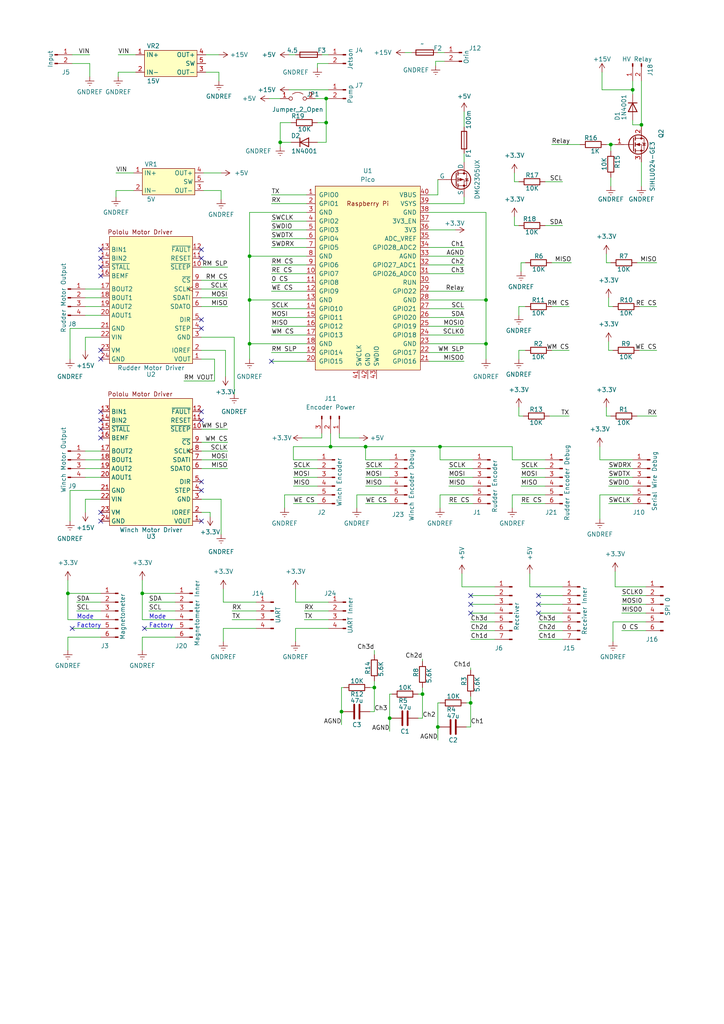
<source format=kicad_sch>
(kicad_sch (version 20230121) (generator eeschema)
  (paper "A4" portrait)
  (title_block (title "Squircuit") (date "2024-09-01") (rev "v0.1") (company "SailBot # VT") (comment 1 "Elias Sharonov, Chris Nassif, Heesang Han"))
  (junction (at 81.28 41.275))
  (junction (at 72.39 74.295))
  (junction (at 94.615 28.575))
  (junction (at 177.165 41.91))
  (junction (at 136.525 203.835))
  (junction (at 140.97 86.995))
  (junction (at 19.685 172.085))
  (junction (at 95.885 129.54))
  (junction (at 72.39 99.695))
  (junction (at 106.045 129.54))
  (junction (at 72.39 86.995))
  (junction (at 140.97 99.695))
  (junction (at 127.635 129.54))
  (junction (at 183.515 26.035))
  (junction (at 108.585 199.39))
  (junction (at 94.615 35.56))
  (junction (at 113.03 208.28))
  (junction (at 122.555 201.295))
  (junction (at 41.275 172.085))
  (junction (at 186.055 36.195))
  (junction (at 99.06 206.375))
  (junction (at 127 210.82))
  (no_connect (at 58.42 74.93))
  (no_connect (at 29.21 148.59))
  (no_connect (at 58.42 139.7))
  (no_connect (at 58.42 119.38))
  (no_connect (at 136.525 172.72))
  (no_connect (at 29.21 151.13))
  (no_connect (at 58.42 121.92))
  (no_connect (at 29.21 121.92))
  (no_connect (at 29.21 72.39))
  (no_connect (at 58.42 92.71))
  (no_connect (at 29.21 127))
  (no_connect (at 58.42 95.25))
  (no_connect (at 136.525 175.26))
  (no_connect (at 136.525 177.8))
  (no_connect (at 29.21 119.38))
  (no_connect (at 156.21 172.72))
  (no_connect (at 156.21 177.8))
  (no_connect (at 29.21 101.6))
  (no_connect (at 156.21 175.26))
  (no_connect (at 29.21 124.46))
  (no_connect (at 20.955 182.245))
  (no_connect (at 29.21 104.14))
  (no_connect (at 29.21 74.93))
  (no_connect (at 29.21 77.47))
  (no_connect (at 58.42 151.13))
  (no_connect (at 41.91 182.245))
  (no_connect (at 78.74 104.775))
  (no_connect (at 58.42 142.24))
  (no_connect (at 29.21 80.01))
  (no_connect (at 58.42 72.39))
  (wire (pts (xy 95.25 26.035) (xy 83.82 26.035)))
  (wire (pts (xy 156.21 180.34) (xy 163.195 180.34)))
  (wire (pts (xy 64.135 144.78) (xy 64.135 154.94)))
  (wire (pts (xy 127 203.835) (xy 127 210.82)))
  (wire (pts (xy 19.685 184.785) (xy 29.21 184.785)))
  (wire (pts (xy 81.28 41.275) (xy 84.455 41.275)))
  (wire (pts (xy 78.74 94.615) (xy 88.9 94.615)))
  (wire (pts (xy 95.885 129.54) (xy 106.045 129.54)))
  (wire (pts (xy 78.74 89.535) (xy 88.9 89.535)))
  (wire (pts (xy 174.625 26.035) (xy 174.625 20.955)))
  (wire (pts (xy 180.34 182.88) (xy 187.325 182.88)))
  (wire (pts (xy 99.06 210.185) (xy 99.06 206.375)))
  (wire (pts (xy 150.495 118.11) (xy 150.495 120.65)))
  (wire (pts (xy 130.175 146.05) (xy 137.16 146.05)))
  (wire (pts (xy 108.585 199.39) (xy 108.585 206.375)))
  (wire (pts (xy 58.42 81.28) (xy 66.04 81.28)))
  (wire (pts (xy 88.9 61.595) (xy 72.39 61.595)))
  (wire (pts (xy 127.635 129.54) (xy 127.635 133.35)))
  (wire (pts (xy 106.045 135.89) (xy 113.03 135.89)))
  (wire (pts (xy 24.765 130.81) (xy 29.21 130.81)))
  (wire (pts (xy 81.28 35.56) (xy 81.28 41.275)))
  (wire (pts (xy 176.53 99.06) (xy 176.53 101.6)))
  (wire (pts (xy 34.29 20.955) (xy 39.37 20.955)))
  (wire (pts (xy 60.96 149.86) (xy 60.96 148.59)))
  (wire (pts (xy 81.28 35.56) (xy 84.455 35.56)))
  (wire (pts (xy 176.53 138.43) (xy 183.515 138.43)))
  (wire (pts (xy 95.25 15.875) (xy 93.345 15.875)))
  (wire (pts (xy 150.495 104.14) (xy 150.495 101.6)))
  (wire (pts (xy 38.735 50.165) (xy 33.655 50.165)))
  (wire (pts (xy 62.23 110.49) (xy 53.34 110.49)))
  (wire (pts (xy 72.39 99.695) (xy 72.39 86.995)))
  (wire (pts (xy 136.525 175.26) (xy 143.51 175.26)))
  (wire (pts (xy 153.67 170.18) (xy 163.195 170.18)))
  (wire (pts (xy 41.275 179.705) (xy 50.8 179.705)))
  (wire (pts (xy 22.225 174.625) (xy 29.21 174.625)))
  (wire (pts (xy 91.44 28.575) (xy 94.615 28.575)))
  (wire (pts (xy 43.18 174.625) (xy 50.8 174.625)))
  (wire (pts (xy 66.04 88.9) (xy 58.42 88.9)))
  (wire (pts (xy 72.39 99.695) (xy 72.39 104.14)))
  (wire (pts (xy 124.46 74.295) (xy 134.62 74.295)))
  (wire (pts (xy 92.075 41.275) (xy 94.615 41.275)))
  (wire (pts (xy 156.21 172.72) (xy 163.195 172.72)))
  (wire (pts (xy 103.505 147.32) (xy 103.505 143.51)))
  (wire (pts (xy 160.02 76.2) (xy 165.735 76.2)))
  (wire (pts (xy 64.135 55.245) (xy 59.055 55.245)))
  (wire (pts (xy 85.09 129.54) (xy 85.09 133.35)))
  (wire (pts (xy 106.045 138.43) (xy 113.03 138.43)))
  (wire (pts (xy 26.035 15.875) (xy 20.955 15.875)))
  (wire (pts (xy 94.615 35.56) (xy 92.075 35.56)))
  (wire (pts (xy 124.46 104.775) (xy 134.62 104.775)))
  (wire (pts (xy 67.945 97.79) (xy 58.42 97.79)))
  (wire (pts (xy 64.77 186.055) (xy 64.77 182.245)))
  (wire (pts (xy 94.615 35.56) (xy 94.615 41.275)))
  (wire (pts (xy 24.765 86.36) (xy 29.21 86.36)))
  (wire (pts (xy 41.275 188.595) (xy 41.275 184.785)))
  (wire (pts (xy 124.46 79.375) (xy 134.62 79.375)))
  (wire (pts (xy 177.8 180.34) (xy 187.325 180.34)))
  (wire (pts (xy 33.655 55.245) (xy 38.735 55.245)))
  (wire (pts (xy 150.495 101.6) (xy 152.4 101.6)))
  (wire (pts (xy 149.225 65.405) (xy 150.495 65.405)))
  (wire (pts (xy 151.13 76.2) (xy 152.4 76.2)))
  (wire (pts (xy 124.46 71.755) (xy 134.62 71.755)))
  (wire (pts (xy 98.425 127) (xy 104.14 127)))
  (wire (pts (xy 78.74 66.675) (xy 88.9 66.675)))
  (wire (pts (xy 99.06 199.39) (xy 99.06 206.375)))
  (wire (pts (xy 134.62 59.055) (xy 124.46 59.055)))
  (wire (pts (xy 136.525 182.88) (xy 143.51 182.88)))
  (wire (pts (xy 24.765 138.43) (xy 29.21 138.43)))
  (wire (pts (xy 175.895 118.11) (xy 175.895 120.65)))
  (wire (pts (xy 98.425 125.73) (xy 98.425 127)))
  (wire (pts (xy 183.515 36.195) (xy 183.515 34.925)))
  (wire (pts (xy 134.62 32.385) (xy 134.62 36.83)))
  (wire (pts (xy 24.765 135.89) (xy 29.21 135.89)))
  (wire (pts (xy 66.04 130.81) (xy 58.42 130.81)))
  (wire (pts (xy 151.13 138.43) (xy 158.115 138.43)))
  (wire (pts (xy 130.175 140.97) (xy 137.16 140.97)))
  (wire (pts (xy 140.97 86.995) (xy 140.97 99.695)))
  (wire (pts (xy 106.045 129.54) (xy 106.045 133.35)))
  (wire (pts (xy 127 210.82) (xy 127.635 210.82)))
  (wire (pts (xy 134.62 44.45) (xy 134.62 46.99)))
  (wire (pts (xy 66.04 135.89) (xy 58.42 135.89)))
  (wire (pts (xy 124.46 97.155) (xy 134.62 97.155)))
  (wire (pts (xy 78.74 81.915) (xy 88.9 81.915)))
  (wire (pts (xy 149.225 52.705) (xy 150.495 52.705)))
  (wire (pts (xy 41.275 168.275) (xy 41.275 172.085)))
  (wire (pts (xy 85.725 174.625) (xy 95.25 174.625)))
  (wire (pts (xy 127.635 143.51) (xy 137.16 143.51)))
  (wire (pts (xy 78.74 84.455) (xy 88.9 84.455)))
  (wire (pts (xy 136.525 210.82) (xy 135.255 210.82)))
  (wire (pts (xy 78.105 28.575) (xy 81.28 28.575)))
  (wire (pts (xy 85.09 146.05) (xy 92.075 146.05)))
  (wire (pts (xy 148.59 129.54) (xy 148.59 133.35)))
  (wire (pts (xy 177.165 41.91) (xy 177.165 43.815)))
  (wire (pts (xy 34.29 22.225) (xy 34.29 20.955)))
  (wire (pts (xy 85.09 129.54) (xy 95.885 129.54)))
  (wire (pts (xy 122.555 208.28) (xy 121.285 208.28)))
  (wire (pts (xy 178.435 165.735) (xy 178.435 170.18)))
  (wire (pts (xy 78.74 79.375) (xy 88.9 79.375)))
  (wire (pts (xy 124.46 66.675) (xy 132.08 66.675)))
  (wire (pts (xy 65.405 101.6) (xy 65.405 109.22)))
  (wire (pts (xy 124.46 99.695) (xy 140.97 99.695)))
  (wire (pts (xy 24.765 97.79) (xy 29.21 97.79)))
  (wire (pts (xy 24.765 88.9) (xy 29.21 88.9)))
  (wire (pts (xy 99.06 206.375) (xy 99.695 206.375)))
  (wire (pts (xy 92.075 18.415) (xy 95.25 18.415)))
  (wire (pts (xy 122.555 201.295) (xy 122.555 208.28)))
  (wire (pts (xy 175.895 120.65) (xy 177.165 120.65)))
  (wire (pts (xy 60.96 148.59) (xy 58.42 148.59)))
  (wire (pts (xy 24.765 101.6) (xy 24.765 97.79)))
  (wire (pts (xy 88.9 74.295) (xy 72.39 74.295)))
  (wire (pts (xy 58.42 77.47) (xy 66.04 77.47)))
  (wire (pts (xy 78.74 69.215) (xy 88.9 69.215)))
  (wire (pts (xy 72.39 74.295) (xy 72.39 61.595)))
  (wire (pts (xy 88.265 177.165) (xy 95.25 177.165)))
  (wire (pts (xy 66.04 83.82) (xy 58.42 83.82)))
  (wire (pts (xy 81.28 42.545) (xy 81.28 41.275)))
  (wire (pts (xy 190.5 101.6) (xy 185.42 101.6)))
  (wire (pts (xy 24.765 133.35) (xy 29.21 133.35)))
  (wire (pts (xy 127.635 147.32) (xy 127.635 143.51)))
  (wire (pts (xy 108.585 206.375) (xy 107.315 206.375)))
  (wire (pts (xy 126.365 19.05) (xy 126.365 17.78)))
  (wire (pts (xy 173.99 133.35) (xy 183.515 133.35)))
  (wire (pts (xy 150.495 88.9) (xy 152.4 88.9)))
  (wire (pts (xy 165.1 88.9) (xy 160.02 88.9)))
  (wire (pts (xy 184.785 76.2) (xy 190.5 76.2)))
  (wire (pts (xy 106.045 140.97) (xy 113.03 140.97)))
  (wire (pts (xy 108.585 197.485) (xy 108.585 199.39)))
  (wire (pts (xy 156.21 185.42) (xy 163.195 185.42)))
  (wire (pts (xy 19.685 188.595) (xy 19.685 184.785)))
  (wire (pts (xy 151.13 78.74) (xy 151.13 76.2)))
  (wire (pts (xy 19.685 168.275) (xy 19.685 172.085)))
  (wire (pts (xy 78.74 102.235) (xy 88.9 102.235)))
  (wire (pts (xy 186.055 23.495) (xy 186.055 36.195)))
  (wire (pts (xy 173.99 143.51) (xy 183.515 143.51)))
  (wire (pts (xy 64.135 50.165) (xy 59.055 50.165)))
  (wire (pts (xy 22.225 177.165) (xy 29.21 177.165)))
  (wire (pts (xy 63.5 15.875) (xy 59.69 15.875)))
  (wire (pts (xy 130.175 135.89) (xy 137.16 135.89)))
  (wire (pts (xy 148.59 133.35) (xy 158.115 133.35)))
  (wire (pts (xy 127 203.835) (xy 127.635 203.835)))
  (wire (pts (xy 113.03 201.295) (xy 113.03 208.28)))
  (wire (pts (xy 24.765 144.78) (xy 29.21 144.78)))
  (wire (pts (xy 78.74 71.755) (xy 88.9 71.755)))
  (wire (pts (xy 184.785 120.65) (xy 190.5 120.65)))
  (wire (pts (xy 20.32 95.25) (xy 29.21 95.25)))
  (wire (pts (xy 124.46 61.595) (xy 140.97 61.595)))
  (wire (pts (xy 103.505 143.51) (xy 113.03 143.51)))
  (wire (pts (xy 178.435 170.18) (xy 187.325 170.18)))
  (wire (pts (xy 24.765 83.82) (xy 29.21 83.82)))
  (wire (pts (xy 153.67 166.37) (xy 153.67 170.18)))
  (wire (pts (xy 113.03 201.295) (xy 113.665 201.295)))
  (wire (pts (xy 160.02 41.91) (xy 168.275 41.91)))
  (wire (pts (xy 58.42 128.27) (xy 66.04 128.27)))
  (wire (pts (xy 113.03 208.28) (xy 113.665 208.28)))
  (wire (pts (xy 95.885 125.73) (xy 95.885 129.54)))
  (wire (pts (xy 159.385 120.65) (xy 165.1 120.65)))
  (wire (pts (xy 136.525 177.8) (xy 143.51 177.8)))
  (wire (pts (xy 63.5 20.955) (xy 59.69 20.955)))
  (wire (pts (xy 151.13 135.89) (xy 158.115 135.89)))
  (wire (pts (xy 19.685 179.705) (xy 19.685 172.085)))
  (wire (pts (xy 62.23 110.49) (xy 62.23 104.14)))
  (wire (pts (xy 177.165 41.91) (xy 175.895 41.91)))
  (wire (pts (xy 180.34 175.26) (xy 187.325 175.26)))
  (wire (pts (xy 122.555 191.77) (xy 122.555 191.135)))
  (wire (pts (xy 127.635 129.54) (xy 148.59 129.54)))
  (wire (pts (xy 128.905 15.24) (xy 127 15.24)))
  (wire (pts (xy 58.42 124.46) (xy 66.04 124.46)))
  (wire (pts (xy 175.895 73.66) (xy 175.895 76.2)))
  (wire (pts (xy 149.225 62.865) (xy 149.225 65.405)))
  (wire (pts (xy 183.515 27.305) (xy 183.515 26.035)))
  (wire (pts (xy 85.09 138.43) (xy 92.075 138.43)))
  (wire (pts (xy 133.985 170.18) (xy 143.51 170.18)))
  (wire (pts (xy 151.13 146.05) (xy 158.115 146.05)))
  (wire (pts (xy 177.8 186.055) (xy 177.8 180.34)))
  (wire (pts (xy 93.345 127) (xy 87.63 127)))
  (wire (pts (xy 24.765 148.59) (xy 24.765 144.78)))
  (wire (pts (xy 107.315 199.39) (xy 108.585 199.39)))
  (wire (pts (xy 58.42 144.78) (xy 64.135 144.78)))
  (wire (pts (xy 176.53 135.89) (xy 183.515 135.89)))
  (wire (pts (xy 148.59 143.51) (xy 158.115 143.51)))
  (wire (pts (xy 124.46 84.455) (xy 134.62 84.455)))
  (wire (pts (xy 150.495 91.44) (xy 150.495 88.9)))
  (wire (pts (xy 34.29 15.875) (xy 39.37 15.875)))
  (wire (pts (xy 148.59 147.32) (xy 148.59 143.51)))
  (wire (pts (xy 165.1 101.6) (xy 160.02 101.6)))
  (wire (pts (xy 135.255 203.835) (xy 136.525 203.835)))
  (wire (pts (xy 66.04 86.36) (xy 58.42 86.36)))
  (wire (pts (xy 177.165 41.91) (xy 178.435 41.91)))
  (wire (pts (xy 85.09 140.97) (xy 92.075 140.97)))
  (wire (pts (xy 136.525 203.835) (xy 136.525 210.82)))
  (wire (pts (xy 82.55 143.51) (xy 92.075 143.51)))
  (wire (pts (xy 26.035 22.225) (xy 26.035 18.415)))
  (wire (pts (xy 78.74 92.075) (xy 88.9 92.075)))
  (wire (pts (xy 78.74 76.835) (xy 88.9 76.835)))
  (wire (pts (xy 151.13 140.97) (xy 158.115 140.97)))
  (wire (pts (xy 127 52.07) (xy 127 56.515)))
  (wire (pts (xy 72.39 86.995) (xy 72.39 74.295)))
  (wire (pts (xy 156.21 177.8) (xy 163.195 177.8)))
  (wire (pts (xy 126.365 17.78) (xy 128.905 17.78)))
  (wire (pts (xy 19.685 179.705) (xy 29.21 179.705)))
  (wire (pts (xy 66.04 133.35) (xy 58.42 133.35)))
  (wire (pts (xy 65.405 101.6) (xy 58.42 101.6)))
  (wire (pts (xy 20.32 95.25) (xy 20.32 104.14)))
  (wire (pts (xy 67.945 97.79) (xy 67.945 114.3)))
  (wire (pts (xy 190.5 88.9) (xy 185.42 88.9)))
  (wire (pts (xy 20.32 142.24) (xy 29.21 142.24)))
  (wire (pts (xy 134.62 94.615) (xy 124.46 94.615)))
  (wire (pts (xy 94.615 28.575) (xy 94.615 35.56)))
  (wire (pts (xy 130.175 138.43) (xy 137.16 138.43)))
  (wire (pts (xy 85.725 15.875) (xy 83.82 15.875)))
  (wire (pts (xy 64.77 170.815) (xy 64.77 174.625)))
  (wire (pts (xy 149.225 50.165) (xy 149.225 52.705)))
  (wire (pts (xy 140.97 99.695) (xy 140.97 104.14)))
  (wire (pts (xy 67.31 177.165) (xy 74.295 177.165)))
  (wire (pts (xy 41.275 172.085) (xy 50.8 172.085)))
  (wire (pts (xy 186.055 36.195) (xy 186.055 36.83)))
  (wire (pts (xy 121.285 201.295) (xy 122.555 201.295)))
  (wire (pts (xy 33.655 57.15) (xy 33.655 55.245)))
  (wire (pts (xy 106.045 146.05) (xy 113.03 146.05)))
  (wire (pts (xy 177.165 51.435) (xy 177.165 53.975)))
  (wire (pts (xy 183.515 26.035) (xy 183.515 23.495)))
  (wire (pts (xy 41.275 179.705) (xy 41.275 172.085)))
  (wire (pts (xy 122.555 199.39) (xy 122.555 201.295)))
  (wire (pts (xy 134.62 89.535) (xy 124.46 89.535)))
  (wire (pts (xy 124.46 102.235) (xy 134.62 102.235)))
  (wire (pts (xy 150.495 120.65) (xy 151.765 120.65)))
  (wire (pts (xy 92.075 19.685) (xy 92.075 18.415)))
  (wire (pts (xy 108.585 189.865) (xy 108.585 188.595)))
  (wire (pts (xy 99.06 199.39) (xy 99.695 199.39)))
  (wire (pts (xy 20.955 182.245) (xy 29.21 182.245)))
  (wire (pts (xy 95.25 179.705) (xy 88.265 179.705)))
  (wire (pts (xy 176.53 146.05) (xy 183.515 146.05)))
  (wire (pts (xy 78.74 59.055) (xy 88.9 59.055)))
  (wire (pts (xy 106.045 133.35) (xy 113.03 133.35)))
  (wire (pts (xy 106.045 129.54) (xy 127.635 129.54)))
  (wire (pts (xy 41.275 184.785) (xy 50.8 184.785)))
  (wire (pts (xy 176.53 86.36) (xy 176.53 88.9)))
  (wire (pts (xy 85.725 186.055) (xy 85.725 182.245)))
  (wire (pts (xy 163.195 65.405) (xy 158.115 65.405)))
  (wire (pts (xy 63.5 23.495) (xy 63.5 20.955)))
  (wire (pts (xy 173.99 143.51) (xy 173.99 150.495)))
  (wire (pts (xy 85.09 135.89) (xy 92.075 135.89)))
  (wire (pts (xy 64.135 57.785) (xy 64.135 55.245)))
  (wire (pts (xy 136.525 201.93) (xy 136.525 203.835)))
  (wire (pts (xy 156.21 182.88) (xy 163.195 182.88)))
  (wire (pts (xy 93.345 125.73) (xy 93.345 127)))
  (wire (pts (xy 186.055 46.99) (xy 186.055 53.975)))
  (wire (pts (xy 174.625 26.035) (xy 183.515 26.035)))
  (wire (pts (xy 88.9 99.695) (xy 72.39 99.695)))
  (wire (pts (xy 176.53 140.97) (xy 183.515 140.97)))
  (wire (pts (xy 180.34 172.72) (xy 187.325 172.72)))
  (wire (pts (xy 43.18 177.165) (xy 50.8 177.165)))
  (wire (pts (xy 136.525 172.72) (xy 143.51 172.72)))
  (wire (pts (xy 119.38 15.24) (xy 117.475 15.24)))
  (wire (pts (xy 78.74 56.515) (xy 88.9 56.515)))
  (wire (pts (xy 78.74 104.775) (xy 88.9 104.775)))
  (wire (pts (xy 134.62 57.15) (xy 134.62 59.055)))
  (wire (pts (xy 74.295 179.705) (xy 67.31 179.705)))
  (wire (pts (xy 127.635 133.35) (xy 137.16 133.35)))
  (wire (pts (xy 26.035 18.415) (xy 20.955 18.415)))
  (wire (pts (xy 85.725 170.815) (xy 85.725 174.625)))
  (wire (pts (xy 72.39 86.995) (xy 88.9 86.995)))
  (wire (pts (xy 180.34 177.8) (xy 187.325 177.8)))
  (wire (pts (xy 127 210.82) (xy 127 214.63)))
  (wire (pts (xy 94.615 28.575) (xy 95.25 28.575)))
  (wire (pts (xy 113.03 208.28) (xy 113.03 212.09)))
  (wire (pts (xy 124.46 76.835) (xy 134.62 76.835)))
  (wire (pts (xy 133.985 166.37) (xy 133.985 170.18)))
  (wire (pts (xy 136.525 180.34) (xy 143.51 180.34)))
  (wire (pts (xy 24.765 91.44) (xy 29.21 91.44)))
  (wire (pts (xy 85.725 182.245) (xy 95.25 182.245)))
  (wire (pts (xy 140.97 61.595) (xy 140.97 86.995)))
  (wire (pts (xy 78.74 64.135) (xy 88.9 64.135)))
  (wire (pts (xy 136.525 194.31) (xy 136.525 193.675)))
  (wire (pts (xy 156.21 175.26) (xy 163.195 175.26)))
  (wire (pts (xy 82.55 147.32) (xy 82.55 143.51)))
  (wire (pts (xy 64.77 182.245) (xy 74.295 182.245)))
  (wire (pts (xy 134.62 92.075) (xy 124.46 92.075)))
  (wire (pts (xy 64.77 174.625) (xy 74.295 174.625)))
  (wire (pts (xy 20.32 142.24) (xy 20.32 151.13)))
  (wire (pts (xy 176.53 101.6) (xy 177.8 101.6)))
  (wire (pts (xy 183.515 36.195) (xy 186.055 36.195)))
  (wire (pts (xy 136.525 185.42) (xy 143.51 185.42)))
  (wire (pts (xy 78.74 97.155) (xy 88.9 97.155)))
  (wire (pts (xy 124.46 86.995) (xy 140.97 86.995)))
  (wire (pts (xy 127 56.515) (xy 124.46 56.515)))
  (wire (pts (xy 175.895 76.2) (xy 177.165 76.2)))
  (wire (pts (xy 163.195 52.705) (xy 158.115 52.705)))
  (wire (pts (xy 176.53 88.9) (xy 177.8 88.9)))
  (wire (pts (xy 173.99 129.54) (xy 173.99 133.35)))
  (wire (pts (xy 62.23 104.14) (xy 58.42 104.14)))
  (wire (pts (xy 19.685 172.085) (xy 29.21 172.085)))
  (wire (pts (xy 50.8 182.245) (xy 41.91 182.245)))
  (wire (pts (xy 85.09 133.35) (xy 92.075 133.35)))
  (text "Mode" (at 43.18 179.705 0) (effects (font (size 1.27 1.27)) (justify left bottom)))
  (text "Factory" (at 43.18 182.245 0) (effects (font (size 1.27 1.27)) (justify left bottom)))
  (text "Factory" (at 22.225 182.245 0) (effects (font (size 1.27 1.27)) (justify left bottom)))
  (text "Mode" (at 22.225 179.705 0) (effects (font (size 1.27 1.27)) (justify left bottom)))
  (label "Ch2d" (at 156.21 182.88 0))
  (label "VIN" (at 26.035 15.875 180))
  (label "SDA" (at 22.225 174.625 0))
  (label "RМ SLP" (at 66.04 77.47 180))
  (label "MOSI0" (at 180.34 175.26 0))
  (label "WE CS" (at 85.09 146.05 0))
  (label "AGND" (at 99.06 210.185 180))
  (label "SWDIO" (at 176.53 140.97 0))
  (label "RМ SLP" (at 78.74 102.235 0))
  (label "Ch2d" (at 122.555 191.135 180))
  (label "MOSI" (at 66.04 86.36 180))
  (label "SDA" (at 134.62 92.075 180))
  (label "TX" (at 78.74 56.515 0))
  (label "SCL" (at 134.62 89.535 180))
  (label "RM VOUT" (at 53.34 110.49 0))
  (label "Ch1d" (at 136.525 193.675 180))
  (label "RX" (at 190.5 120.65 180))
  (label "MISO" (at 130.175 140.97 0))
  (label "SWCLK" (at 176.53 146.05 0))
  (label "MISO0" (at 134.62 104.775 180))
  (label "Relay" (at 134.62 84.455 180))
  (label "Ch1" (at 136.525 210.185 0))
  (label "WE CS" (at 190.5 101.6 180))
  (label "Ch3d" (at 108.585 188.595 180))
  (label "Ch3d" (at 156.21 180.34 0))
  (label "RX" (at 78.74 59.055 0))
  (label "Relay" (at 160.02 41.91 0))
  (label "SCLK" (at 85.09 135.89 0))
  (label "MISO0" (at 180.34 177.8 0))
  (label "SWDRX" (at 176.53 135.89 0))
  (label "Ch2" (at 122.555 208.28 0))
  (label "TX" (at 165.1 120.65 180))
  (label "VIN" (at 33.655 50.165 0))
  (label "MISO" (at 106.045 140.97 0))
  (label "MOSI" (at 85.09 138.43 0))
  (label "SCLK" (at 78.74 89.535 0))
  (label "MOSI0" (at 134.62 94.615 180))
  (label "WM CS" (at 66.04 128.27 180))
  (label "RM CS" (at 66.04 81.28 180))
  (label "SWDRX" (at 78.74 71.755 0))
  (label "MOSI" (at 78.74 92.075 0))
  (label "Ch1d" (at 136.525 185.42 0))
  (label "MOSI" (at 130.175 138.43 0))
  (label "MOSI" (at 106.045 138.43 0))
  (label "TX" (at 67.31 179.705 0))
  (label "MISO" (at 66.04 135.89 180))
  (label "Ch1d" (at 156.21 185.42 0))
  (label "0 CS" (at 180.34 182.88 0))
  (label "RM CS" (at 165.1 88.9 180))
  (label "SWDTX" (at 176.53 138.43 0))
  (label "TX" (at 88.265 179.705 0))
  (label "SCL" (at 43.18 177.165 0))
  (label "SDA" (at 43.18 174.625 0))
  (label "Ch3" (at 108.585 206.375 0))
  (label "SWDTX" (at 78.74 69.215 0))
  (label "SCLK" (at 151.13 135.89 0))
  (label "SWDIO" (at 78.74 66.675 0))
  (label "RM CS" (at 78.74 76.835 0))
  (label "WE CS" (at 106.045 146.05 0))
  (label "MISO" (at 85.09 140.97 0))
  (label "RX" (at 88.265 177.165 0))
  (label "SCLK" (at 66.04 130.81 180))
  (label "MISO" (at 165.735 76.2 180))
  (label "SCL" (at 163.195 52.705 180))
  (label "SCLK0" (at 134.62 97.155 180))
  (label "MISO" (at 66.04 88.9 180))
  (label "0 CS" (at 78.74 81.915 0))
  (label "SCLK" (at 130.175 135.89 0))
  (label "MOSI" (at 66.04 133.35 180))
  (label "WE CS" (at 78.74 84.455 0))
  (label "RX" (at 67.31 177.165 0))
  (label "AGND" (at 113.03 212.09 180))
  (label "RE CS" (at 190.5 88.9 180))
  (label "SWCLK" (at 78.74 64.135 0))
  (label "VIN" (at 34.29 15.875 0))
  (label "Ch2" (at 134.62 76.835 180))
  (label "WM CS" (at 78.74 97.155 0))
  (label "AGND" (at 134.62 74.295 180))
  (label "Ch3" (at 134.62 79.375 180))
  (label "MISO" (at 190.5 76.2 180))
  (label "Ch2d" (at 136.525 182.88 0))
  (label "SCL" (at 22.225 177.165 0))
  (label "WM SLP" (at 66.04 124.46 180))
  (label "SDA" (at 163.195 65.405 180))
  (label "Ch3d" (at 136.525 180.34 0))
  (label "SCLK" (at 106.045 135.89 0))
  (label "MOSI" (at 151.13 138.43 0))
  (label "AGND" (at 127 214.63 180))
  (label "RE CS" (at 78.74 79.375 0))
  (label "WM CS" (at 165.1 101.6 180))
  (label "RE CS" (at 151.13 146.05 0))
  (label "SCLK0" (at 180.34 172.72 0))
  (label "WM SLP" (at 134.62 102.235 180))
  (label "Ch1" (at 134.62 71.755 180))
  (label "MISO" (at 151.13 140.97 0))
  (label "MISO" (at 78.74 94.615 0))
  (label "SCLK" (at 66.04 83.82 180))
  (label "RE CS" (at 130.175 146.05 0))
  (symbol (lib_id "Connector:Conn_01x06_Pin") (at 118.11 138.43 0) (mirror y) (unit 1)
    (property "Reference" "J23" (at 113.665 149.225 0) (effects (justify right)))
    (property "Value" "Winch Encoder Debug" (at 119.38 130.175 90) (effects (justify right)))
    (property "Footprint" "Connector_PinHeader_2.54mm:PinHeader_1x06_P2.54mm_Vertical" (effects hide))
  )
  (symbol (lib_id "PCM_SL_Devices:Resistor") (at 122.555 195.58 90) (unit 1)
    (property "Reference" "R8" (at 120.65 193.675 0) (effects (justify right)))
    (property "Value" "5.6K" (at 124.46 193.675 0) (effects (justify right)))
    (property "Footprint" "Resistor_THT:R_Axial_DIN0207_L6.3mm_D2.5mm_P10.16mm_Horizontal" (effects hide))
  )
  (symbol (lib_id "power:GNDREF") (at 72.39 104.14 0) (unit 1)
    (property "Reference" "#PWR02" (effects hide))
    (property "Value" "GNDREF" (at 72.39 109.22 0))
  )
  (symbol (lib_id "power:+15V") (at 117.475 15.24 90) (unit 1)
    (property "Reference" "#PWR018" (effects hide))
    (property "Value" "+15V" (at 113.665 15.24 90) (effects (justify left)))
  )
  (symbol (lib_id "Simulation_SPICE:PMOS") (at 132.08 52.07 0) (unit 1)
    (property "Reference" "Q1" (effects hide))
    (property "Value" "DMG2305UX" (at 138.43 52.07 90))
    (property "Footprint" "Package_TO_SOT_SMD:SOT-23" (effects hide))
    (property "Datasheet" "https://ngspice.sourceforge.io/docs/ngspice-manual.pdf" (effects hide))
    (property "Sim.Device" "PMOS" (effects hide))
    (property "Sim.Type" "VDMOS" (effects hide))
    (property "Sim.Pins" "1=D 3=G 2=S" (effects hide))
  )
  (symbol (lib_id "Connector:Conn_01x07_Pin") (at 148.59 177.8 0) (mirror y) (unit 1)
    (property "Reference" "J6" (at 143.51 187.96 0) (effects (justify right)))
    (property "Value" "Receiver" (at 149.86 174.625 90) (effects (justify right)))
    (property "Footprint" "Connector_JST:JST_EH_S7B-EH_1x07_P2.50mm_Horizontal" (effects hide))
  )
  (symbol (lib_id "power:GNDREF") (at 33.655 57.15 0) (unit 1)
    (property "Reference" "#PWR048" (effects hide))
    (property "Value" "GNDREF" (at 33.655 61.595 0))
  )
  (symbol (lib_id "power:GNDREF") (at 126.365 19.05 0) (unit 1)
    (property "Reference" "#PWR046" (effects hide))
    (property "Value" "GNDREF" (at 124.46 20.32 0) (effects (justify right)))
  )
  (symbol (lib_id "PCM_Pico_Pi:Pico") (at 106.68 80.645 0) (unit 1)
    (property "Reference" "U1" (at 106.68 49.53 0))
    (property "Value" "Pico" (at 106.68 52.07 0))
    (property "Footprint" "MCU_RaspberryPi_and_Boards:RPi_Pico_SMD_TH" (effects hide))
  )
  (symbol (lib_id "Pololu_driver:md38a") (at 43.815 86.995 180) (unit 1)
    (property "Reference" "U2" (at 43.815 108.585 0))
    (property "Value" "Rudder Motor Driver" (at 43.815 106.68 0))
    (property "Footprint" "Pololu_driver:md38a" (effects hide))
  )
  (symbol (lib_id "Connector:Conn_01x06_Pin") (at 142.24 138.43 0) (mirror y) (unit 1)
    (property "Reference" "J1" (at 137.16 148.59 0) (effects (justify right)))
    (property "Value" "Rudder Encoder" (at 143.51 133.35 90) (effects (justify right)))
    (property "Footprint" "Connector_JST:JST_EH_S6B-EH_1x06_P2.50mm_Horizontal" (effects hide))
  )
  (symbol (lib_id "power:GNDREF") (at 81.28 42.545 0) (unit 1)
    (property "Reference" "#PWR047" (effects hide))
    (property "Value" "GNDREF" (at 78.74 43.815 0) (effects (justify right)))
  )
  (symbol (lib_id "Connector:Conn_01x06_Pin") (at 192.405 175.26 0) (mirror y) (unit 1)
    (property "Reference" "J16" (at 187.325 185.42 0) (effects (justify right)))
    (property "Value" "SPI 0" (at 193.675 175.895 90))
    (property "Footprint" "Connector_PinHeader_2.54mm:PinHeader_1x06_P2.54mm_Vertical" (effects hide))
  )
  (symbol (lib_id "Connector:Conn_01x06_Pin") (at 34.29 177.165 0) (mirror y) (unit 1)
    (property "Reference" "J3" (at 29.21 187.325 0) (effects (justify right)))
    (property "Value" "Magnetometer" (at 35.56 172.085 90) (effects (justify right)))
    (property "Footprint" "Connector_JST:JST_EH_S6B-EH_1x06_P2.50mm_Horizontal" (effects hide))
  )
  (symbol (lib_id "power:+5V") (at 153.67 166.37 0) (unit 1)
    (property "Reference" "#PWR032" (effects hide))
    (property "Value" "+5V" (at 153.67 162.56 90) (effects (justify left)))
  )
  (symbol (lib_id "VoltageReg_SMAKN:VoltageReg_SMAKN") (at 49.53 18.415 0) (unit 1)
    (property "Reference" "VR2" (at 44.45 13.335 0))
    (property "Value" "15V" (at 44.45 23.495 0))
    (property "Footprint" "VoltageReg:VoltageReg_SMAKN" (effects hide))
  )
  (symbol (lib_id "power:GNDREF") (at 151.13 78.74 0) (unit 1)
    (property "Reference" "#PWR023" (effects hide))
    (property "Value" "GNDREF" (at 151.13 83.185 0))
  )
  (symbol (lib_id "power:+15V") (at 63.5 15.875 270) (unit 1)
    (property "Reference" "#PWR020" (effects hide))
    (property "Value" "+15V" (at 66.675 15.875 90) (effects (justify left)))
  )
  (symbol (lib_id "PCM_SL_Devices:Resistor") (at 177.165 47.625 270) (unit 1)
    (property "Reference" "R15" (at 179.07 48.895 0) (effects (justify right)))
    (property "Value" "10K" (at 175.26 49.53 0) (effects (justify right)))
    (property "Footprint" "Resistor_THT:R_Axial_DIN0207_L6.3mm_D2.5mm_P10.16mm_Horizontal" (effects hide))
  )
  (symbol (lib_id "PCM_SL_Devices:Resistor") (at 156.21 101.6 0) (unit 1)
    (property "Reference" "R2" (at 157.48 99.695 0) (effects (justify right)))
    (property "Value" "10K" (at 158.115 103.505 0) (effects (justify right)))
    (property "Footprint" "Resistor_THT:R_Axial_DIN0207_L6.3mm_D2.5mm_P10.16mm_Horizontal" (effects hide))
  )
  (symbol (lib_id "power:+15V") (at 24.765 101.6 180) (unit 1)
    (property "Reference" "#PWR071" (effects hide))
    (property "Value" "+15V" (at 24.765 106.045 0))
  )
  (symbol (lib_id "PCM_SL_Devices:Resistor") (at 180.975 76.2 0) (unit 1)
    (property "Reference" "R7" (at 182.245 74.295 0) (effects (justify right)))
    (property "Value" "10K" (at 182.88 78.105 0) (effects (justify right)))
    (property "Footprint" "Resistor_THT:R_Axial_DIN0207_L6.3mm_D2.5mm_P10.16mm_Horizontal" (effects hide))
  )
  (symbol (lib_id "power:+3.3V") (at 176.53 86.36 0) (unit 1)
    (property "Reference" "#PWR010" (effects hide))
    (property "Value" "+3.3V" (at 176.53 81.28 0))
  )
  (symbol (lib_id "power:+3.3V") (at 60.96 149.86 180) (unit 1)
    (property "Reference" "#PWR026" (effects hide))
    (property "Value" "+3.3V" (at 60.96 154.305 0))
  )
  (symbol (lib_id "PCM_SL_Devices:Resistor") (at 117.475 201.295 180) (unit 1)
    (property "Reference" "R5" (at 115.57 203.2 0) (effects (justify right)))
    (property "Value" "10K" (at 115.57 199.39 0) (effects (justify right)))
    (property "Footprint" "Resistor_THT:R_Axial_DIN0207_L6.3mm_D2.5mm_P10.16mm_Horizontal" (effects hide))
  )
  (symbol (lib_id "PCM_SL_Devices:Resistor") (at 154.305 65.405 0) (unit 1)
    (property "Reference" "R18" (at 155.575 63.5 0) (effects (justify right)))
    (property "Value" "10K" (at 156.21 67.31 0) (effects (justify right)))
    (property "Footprint" "Resistor_THT:R_Axial_DIN0207_L6.3mm_D2.5mm_P10.16mm_Horizontal" (effects hide))
  )
  (symbol (lib_id "PCM_SL_Devices:Resistor") (at 108.585 193.675 90) (unit 1)
    (property "Reference" "R14" (at 106.68 191.77 0) (effects (justify right)))
    (property "Value" "5.6K" (at 110.49 191.77 0) (effects (justify right)))
    (property "Footprint" "Resistor_THT:R_Axial_DIN0207_L6.3mm_D2.5mm_P10.16mm_Horizontal" (effects hide))
  )
  (symbol (lib_id "power:GNDREF") (at 150.495 104.14 0) (unit 1)
    (property "Reference" "#PWR014" (effects hide))
    (property "Value" "GNDREF" (at 150.495 108.585 0))
  )
  (symbol (lib_id "Device:Fuse") (at 123.19 15.24 270) (unit 1)
    (property "Reference" "F2" (at 125.73 13.97 90) (effects (justify left)))
    (property "Value" "~" (at 121.92 12.7 90) (effects (justify left)))
    (property "Footprint" "Fuse:Fuseholder_Cylinder-5x20mm_Stelvio-Kontek_PTF78_Horizontal_Open" (effects hide))
  )
  (symbol (lib_id "Pololu_driver:md38a") (at 43.815 133.985 180) (unit 1)
    (property "Reference" "U3" (at 43.815 155.575 0))
    (property "Value" "Winch Motor Driver" (at 43.815 153.67 0))
    (property "Footprint" "Pololu_driver:md38a" (effects hide))
  )
  (symbol (lib_id "power:+3.3V") (at 41.275 168.275 0) (unit 1)
    (property "Reference" "#PWR040" (effects hide))
    (property "Value" "+3.3V" (at 41.275 163.195 0))
  )
  (symbol (lib_id "power:GNDREF") (at 20.32 104.14 0) (unit 1)
    (property "Reference" "#PWR070" (effects hide))
    (property "Value" "GNDREF" (at 20.32 109.22 0))
  )
  (symbol (lib_id "power:+3.3V") (at 65.405 109.22 180) (unit 1)
    (property "Reference" "#PWR03" (effects hide))
    (property "Value" "+3.3V" (at 65.405 113.665 0))
  )
  (symbol (lib_id "PCM_SL_Devices:Resistor") (at 136.525 198.12 90) (unit 1)
    (property "Reference" "R3" (at 134.62 196.215 0) (effects (justify right)))
    (property "Value" "5.6K" (at 138.43 196.215 0) (effects (justify right)))
    (property "Footprint" "Resistor_THT:R_Axial_DIN0207_L6.3mm_D2.5mm_P10.16mm_Horizontal" (effects hide))
  )
  (symbol (lib_id "Device:Fuse") (at 89.535 15.875 270) (unit 1)
    (property "Reference" "F3" (at 92.075 14.605 90) (effects (justify left)))
    (property "Value" "4.5" (at 83.185 14.605 90) (effects (justify left)))
    (property "Footprint" "Fuse:Fuseholder_Cylinder-5x20mm_Stelvio-Kontek_PTF78_Horizontal_Open" (effects hide))
  )
  (symbol (lib_id "power:+3.3V") (at 87.63 127 90) (unit 1)
    (property "Reference" "#PWR05" (effects hide))
    (property "Value" "+3.3V" (at 78.74 127 90) (effects (justify right)))
  )
  (symbol (lib_id "power:+5V") (at 64.135 50.165 270) (unit 1)
    (property "Reference" "#PWR053" (effects hide))
    (property "Value" "+5V" (at 67.945 50.165 90) (effects (justify left)))
  )
  (symbol (lib_id "power:GNDREF") (at 177.165 53.975 0) (unit 1)
    (property "Reference" "#PWR015" (effects hide))
    (property "Value" "GNDREF" (at 180.975 57.785 0) (effects (justify right)))
  )
  (symbol (lib_id "Connector:Conn_01x04_Pin") (at 100.33 177.165 0) (mirror y) (unit 1)
    (property "Reference" "J24" (at 93.98 172.085 0) (effects (justify right)))
    (property "Value" "UART Inner" (at 101.6 178.435 90))
    (property "Footprint" "Connector_PinHeader_2.54mm:PinHeader_1x04_P2.54mm_Vertical" (effects hide))
  )
  (symbol (lib_id "power:+15V") (at 174.625 20.955 0) (unit 1)
    (property "Reference" "#PWR067" (effects hide))
    (property "Value" "+15V" (at 174.625 17.145 0))
  )
  (symbol (lib_id "PCM_SL_Devices:Resistor") (at 181.61 101.6 0) (unit 1)
    (property "Reference" "R9" (at 182.88 99.695 0) (effects (justify right)))
    (property "Value" "10K" (at 183.515 103.505 0) (effects (justify right)))
    (property "Footprint" "Resistor_THT:R_Axial_DIN0207_L6.3mm_D2.5mm_P10.16mm_Horizontal" (effects hide))
  )
  (symbol (lib_id "power:GNDREF") (at 19.685 188.595 0) (unit 1)
    (property "Reference" "#PWR031" (effects hide))
    (property "Value" "GNDREF" (at 19.685 193.04 0))
  )
  (symbol (lib_id "power:GNDREF") (at 85.725 186.055 0) (unit 1)
    (property "Reference" "#PWR062" (effects hide))
    (property "Value" "GNDREF" (at 85.725 190.5 0))
  )
  (symbol (lib_id "VoltageReg_SMAKN:VoltageReg_SMAKN") (at 48.895 52.705 0) (unit 1)
    (property "Reference" "VR1" (at 43.815 47.625 0))
    (property "Value" "5V" (at 43.815 57.785 0))
    (property "Footprint" "VoltageReg:VoltageReg_SMAKN" (effects hide))
  )
  (symbol (lib_id "Connector:Conn_01x02_Pin") (at 133.985 15.24 0) (mirror y) (unit 1)
    (property "Reference" "J12" (at 137.795 13.97 0))
    (property "Value" "Orin" (at 135.255 16.51 90))
    (property "Footprint" "TerminalBlock_Phoenix:TerminalBlock_Phoenix_MKDS-1,5-2-5.08_1x02_P5.08mm_Horizontal" (effects hide))
  )
  (symbol (lib_id "power:+15V") (at 83.82 26.035 90) (unit 1)
    (property "Reference" "#PWR045" (effects hide))
    (property "Value" "+15V" (at 80.01 26.035 90) (effects (justify left)))
  )
  (symbol (lib_id "PCM_SL_Devices:Resistor") (at 131.445 203.835 180) (unit 1)
    (property "Reference" "R4" (at 129.54 205.74 0) (effects (justify right)))
    (property "Value" "10K" (at 129.54 201.93 0) (effects (justify right)))
    (property "Footprint" "Resistor_THT:R_Axial_DIN0207_L6.3mm_D2.5mm_P10.16mm_Horizontal" (effects hide))
  )
  (symbol (lib_id "Connector:Conn_01x02_Pin") (at 15.875 15.875 0) (unit 1)
    (property "Reference" "J5" (at 20.32 20.955 0) (effects (justify right)))
    (property "Value" "Input" (at 14.605 14.605 90) (effects (justify right)))
    (property "Footprint" "TerminalBlock_Phoenix:TerminalBlock_Phoenix_MKDS-1,5-2-5.08_1x02_P5.08mm_Horizontal" (effects hide))
  )
  (symbol (lib_id "power:GNDREF") (at 63.5 23.495 0) (mirror y) (unit 1)
    (property "Reference" "#PWR076" (effects hide))
    (property "Value" "GNDREF" (at 63.5 27.94 0))
  )
  (symbol (lib_id "power:+3.3V") (at 175.895 118.11 0) (unit 1)
    (property "Reference" "#PWR08" (effects hide))
    (property "Value" "+3.3V" (at 175.895 113.03 0))
  )
  (symbol (lib_id "Device:C") (at 131.445 210.82 270) (unit 1)
    (property "Reference" "C2" (at 131.445 214.63 90))
    (property "Value" "47u" (at 131.445 207.645 90))
    (property "Footprint" "Capacitor_THT:CP_Radial_D6.3mm_P2.50mm" (effects hide))
  )
  (symbol (lib_id "Connector:Conn_01x04_Pin") (at 79.375 177.165 0) (mirror y) (unit 1)
    (property "Reference" "J14" (at 73.025 172.085 0) (effects (justify right)))
    (property "Value" "UART" (at 80.645 175.895 90) (effects (justify right)))
    (property "Footprint" "Connector_JST:JST_EH_S4B-EH_1x04_P2.50mm_Horizontal" (effects hide))
  )
  (symbol (lib_id "Jumper:Jumper_2_Open") (at 86.36 28.575 0) (unit 1)
    (property "Reference" "JP1" (at 90.805 27.305 0))
    (property "Value" "Jumper_2_Open" (at 86.36 31.75 0))
    (property "Footprint" "Connector_PinHeader_2.54mm:PinHeader_1x02_P2.54mm_Vertical" (effects hide))
  )
  (symbol (lib_id "power:+3.3V") (at 132.08 66.675 270) (unit 1)
    (property "Reference" "#PWR09" (effects hide))
    (property "Value" "+3.3V" (at 128.905 64.77 90) (effects (justify left)))
  )
  (symbol (lib_id "power:+5V") (at 104.14 127 270) (unit 1)
    (property "Reference" "#PWR017" (effects hide))
    (property "Value" "+5V" (at 107.315 127 90) (effects (justify left)))
  )
  (symbol (lib_id "Connector:Conn_01x06_Pin") (at 97.155 138.43 0) (mirror y) (unit 1)
    (property "Reference" "J2" (at 92.075 148.59 0) (effects (justify right)))
    (property "Value" "Winch Encoder" (at 98.425 132.715 90) (effects (justify right)))
    (property "Footprint" "Connector_JST:JST_EH_S6B-EH_1x06_P2.50mm_Horizontal" (effects hide))
  )
  (symbol (lib_id "power:+3.3V") (at 150.495 118.11 0) (unit 1)
    (property "Reference" "#PWR07" (effects hide))
    (property "Value" "+3.3V" (at 150.495 113.03 0))
  )
  (symbol (lib_id "power:GNDREF") (at 127.635 147.32 0) (unit 1)
    (property "Reference" "#PWR01" (effects hide))
    (property "Value" "GNDREF" (at 127.635 151.765 0))
  )
  (symbol (lib_id "power:GNDREF") (at 140.97 104.14 0) (unit 1)
    (property "Reference" "#PWR025" (effects hide))
    (property "Value" "GNDREF" (at 140.97 109.22 0))
  )
  (symbol (lib_id "power:+15V") (at 24.765 148.59 180) (unit 1)
    (property "Reference" "#PWR04" (effects hide))
    (property "Value" "+15V" (at 24.765 153.035 0))
  )
  (symbol (lib_id "power:GNDREF") (at 148.59 147.32 0) (unit 1)
    (property "Reference" "#PWR038" (effects hide))
    (property "Value" "GNDREF" (at 148.59 151.765 0))
  )
  (symbol (lib_id "power:GNDREF") (at 103.505 147.32 0) (unit 1)
    (property "Reference" "#PWR030" (effects hide))
    (property "Value" "GNDREF" (at 103.505 151.765 0))
  )
  (symbol (lib_id "power:GNDREF") (at 67.945 114.3 0) (unit 1)
    (property "Reference" "#PWR011" (effects hide))
    (property "Value" "GNDREF" (at 67.945 119.38 0))
  )
  (symbol (lib_id "power:GNDREF") (at 34.29 22.225 0) (unit 1)
    (property "Reference" "#PWR073" (effects hide))
    (property "Value" "GNDREF" (at 34.29 26.67 0))
  )
  (symbol (lib_id "power:GNDREF") (at 186.055 53.975 0) (unit 1)
    (property "Reference" "#PWR013" (effects hide))
    (property "Value" "GNDREF" (at 189.865 57.785 0) (effects (justify right)))
  )
  (symbol (lib_id "Connector:Conn_01x04_Pin") (at 19.685 133.35 0) (unit 1)
    (property "Reference" "J9" (at 20.955 140.97 0))
    (property "Value" "Winch Motor Output" (at 18.415 133.35 90))
    (property "Footprint" "TerminalBlock_Phoenix:TerminalBlock_Phoenix_MKDS-1,5-4-5.08_1x04_P5.08mm_Horizontal" (effects hide))
  )
  (symbol (lib_id "Device:C") (at 103.505 206.375 270) (unit 1)
    (property "Reference" "C3" (at 103.505 210.185 90))
    (property "Value" "47u" (at 103.505 203.2 90))
    (property "Footprint" "Capacitor_THT:CP_Radial_D6.3mm_P2.50mm" (effects hide))
  )
  (symbol (lib_id "power:GNDREF") (at 64.135 57.785 0) (mirror y) (unit 1)
    (property "Reference" "#PWR074" (effects hide))
    (property "Value" "GNDREF" (at 64.135 62.23 0))
  )
  (symbol (lib_id "PCM_SL_Devices:Resistor") (at 181.61 88.9 180) (unit 1)
    (property "Reference" "R10" (at 179.705 86.995 0) (effects (justify right)))
    (property "Value" "10K" (at 179.705 90.805 0) (effects (justify right)))
    (property "Footprint" "Resistor_THT:R_Axial_DIN0207_L6.3mm_D2.5mm_P10.16mm_Horizontal" (effects hide))
  )
  (symbol (lib_id "Connector:Conn_01x03_Pin") (at 95.885 120.65 270) (unit 1)
    (property "Reference" "J11" (at 95.885 115.57 90))
    (property "Value" "Encoder Power" (at 95.885 118.11 90))
    (property "Footprint" "Connector_PinHeader_2.54mm:PinHeader_1x03_P2.54mm_Vertical" (effects hide))
  )
  (symbol (lib_id "power:GNDREF") (at 177.8 186.055 0) (unit 1)
    (property "Reference" "#PWR033" (effects hide))
    (property "Value" "GNDREF" (at 177.8 190.5 0))
  )
  (symbol (lib_id "power:GNDREF") (at 20.32 151.13 0) (unit 1)
    (property "Reference" "#PWR028" (effects hide))
    (property "Value" "GNDREF" (at 20.32 156.21 0))
  )
  (symbol (lib_id "power:GNDREF") (at 150.495 91.44 0) (unit 1)
    (property "Reference" "#PWR022" (effects hide))
    (property "Value" "GNDREF" (at 150.495 95.885 0))
  )
  (symbol (lib_id "power:+3.3V") (at 19.685 168.275 0) (unit 1)
    (property "Reference" "#PWR039" (effects hide))
    (property "Value" "+3.3V" (at 19.685 163.195 0))
  )
  (symbol (lib_id "power:+5V") (at 133.985 166.37 0) (unit 1)
    (property "Reference" "#PWR029" (effects hide))
    (property "Value" "+5V" (at 133.985 162.56 90) (effects (justify left)))
  )
  (symbol (lib_id "PCM_SL_Devices:Resistor") (at 154.305 52.705 180) (unit 1)
    (property "Reference" "R17" (at 152.4 50.8 0) (effects (justify right)))
    (property "Value" "10K" (at 152.4 54.61 0) (effects (justify right)))
    (property "Footprint" "Resistor_THT:R_Axial_DIN0207_L6.3mm_D2.5mm_P10.16mm_Horizontal" (effects hide))
  )
  (symbol (lib_id "Connector:Conn_01x06_Pin") (at 55.88 177.165 0) (mirror y) (unit 1)
    (property "Reference" "J20" (at 50.8 187.325 0) (effects (justify right)))
    (property "Value" "Magnetometer Inner" (at 57.15 177.8 90))
    (property "Footprint" "Connector_PinHeader_2.54mm:PinHeader_1x06_P2.54mm_Vertical" (effects hide))
  )
  (symbol (lib_id "power:+5V") (at 83.82 15.875 90) (unit 1)
    (property "Reference" "#PWR057" (effects hide))
    (property "Value" "+5V" (at 80.01 15.875 90) (effects (justify left)))
  )
  (symbol (lib_id "Connector:Conn_01x02_Pin") (at 100.33 26.035 0) (mirror y) (unit 1)
    (property "Reference" "J7" (at 104.14 24.765 0))
    (property "Value" "Pump" (at 101.6 27.305 90))
    (property "Footprint" "TerminalBlock_Phoenix:TerminalBlock_Phoenix_MKDS-1,5-2-5.08_1x02_P5.08mm_Horizontal" (effects hide))
  )
  (symbol (lib_id "power:+3.3V") (at 149.225 62.865 0) (unit 1)
    (property "Reference" "#PWR044" (effects hide))
    (property "Value" "+3.3V" (at 149.225 57.785 0))
  )
  (symbol (lib_id "PCM_SL_Devices:Resistor") (at 172.085 41.91 0) (unit 1)
    (property "Reference" "R16" (at 173.355 40.005 0) (effects (justify right)))
    (property "Value" "1K" (at 173.99 43.815 0) (effects (justify right)))
    (property "Footprint" "Resistor_THT:R_Axial_DIN0207_L6.3mm_D2.5mm_P10.16mm_Horizontal" (effects hide))
  )
  (symbol (lib_id "Connector:Conn_01x06_Pin") (at 188.595 138.43 0) (mirror y) (unit 1)
    (property "Reference" "J10" (at 183.515 148.59 0) (effects (justify right)))
    (property "Value" "Serial Wire Debug" (at 189.865 130.81 90) (effects (justify right)))
    (property "Footprint" "Connector_PinHeader_2.54mm:PinHeader_1x06_P2.54mm_Vertical" (effects hide))
  )
  (symbol (lib_id "power:+3.3V") (at 85.725 170.815 0) (unit 1)
    (property "Reference" "#PWR061" (effects hide))
    (property "Value" "+3.3V" (at 85.725 165.735 0))
  )
  (symbol (lib_id "power:+3.3V") (at 176.53 99.06 0) (unit 1)
    (property "Reference" "#PWR012" (effects hide))
    (property "Value" "+3.3V" (at 176.53 93.98 0))
  )
  (symbol (lib_id "Diode:1N4001") (at 88.265 41.275 0) (unit 1)
    (property "Reference" "D2" (at 85.725 39.37 0))
    (property "Value" "1N4001" (at 88.265 43.815 0))
    (property "Footprint" "Diode_THT:D_DO-41_SOD81_P10.16mm_Horizontal" (effects hide))
    (property "Datasheet" "http://www.vishay.com/docs/88503/1n4001.pdf" (effects hide))
    (property "Sim.Device" "D" (effects hide))
    (property "Sim.Pins" "1=K 2=A" (effects hide))
  )
  (symbol (lib_id "Diode:1N4001") (at 183.515 31.115 270) (unit 1)
    (property "Reference" "D1" (at 179.07 33.655 0))
    (property "Value" "1N4001" (at 180.975 31.115 0))
    (property "Footprint" "Diode_THT:D_DO-41_SOD81_P10.16mm_Horizontal" (effects hide))
    (property "Datasheet" "http://www.vishay.com/docs/88503/1n4001.pdf" (effects hide))
    (property "Sim.Device" "D" (effects hide))
    (property "Sim.Pins" "1=K 2=A" (effects hide))
  )
  (symbol (lib_id "power:GNDREF") (at 64.135 154.94 0) (unit 1)
    (property "Reference" "#PWR042" (effects hide))
    (property "Value" "GNDREF" (at 64.135 160.02 0))
  )
  (symbol (lib_id "power:+3.3V") (at 173.99 129.54 0) (unit 1)
    (property "Reference" "#PWR06" (effects hide))
    (property "Value" "+3.3V" (at 173.99 124.46 0))
  )
  (symbol (lib_id "power:GNDREF") (at 92.075 19.685 0) (unit 1)
    (property "Reference" "#PWR059" (effects hide))
    (property "Value" "GNDREF" (at 89.535 20.955 0) (effects (justify right)))
  )
  (symbol (lib_id "power:GNDREF") (at 82.55 147.32 0) (unit 1)
    (property "Reference" "#PWR037" (effects hide))
    (property "Value" "GNDREF" (at 82.55 151.765 0))
  )
  (symbol (lib_id "power:GNDREF") (at 41.275 188.595 0) (unit 1)
    (property "Reference" "#PWR041" (effects hide))
    (property "Value" "GNDREF" (at 41.275 193.04 0))
  )
  (symbol (lib_id "Device:C") (at 117.475 208.28 270) (unit 1)
    (property "Reference" "C1" (at 117.475 212.09 90))
    (property "Value" "47u" (at 117.475 205.105 90))
    (property "Footprint" "Capacitor_THT:CP_Radial_D6.3mm_P2.50mm" (effects hide))
  )
  (symbol (lib_id "PCM_SL_Devices:Resistor") (at 156.21 76.2 0) (mirror y) (unit 1)
    (property "Reference" "R6" (at 154.94 74.295 0) (effects (justify right)))
    (property "Value" "10K" (at 154.305 78.105 0) (effects (justify right)))
    (property "Footprint" "Resistor_THT:R_Axial_DIN0207_L6.3mm_D2.5mm_P10.16mm_Horizontal" (effects hide))
  )
  (symbol (lib_id "PCM_SL_Devices:Resistor") (at 155.575 120.65 0) (unit 1)
    (property "Reference" "R13" (at 157.48 118.745 0) (effects (justify right)))
    (property "Value" "10K" (at 157.48 122.555 0) (effects (justify right)))
    (property "Footprint" "Resistor_THT:R_Axial_DIN0207_L6.3mm_D2.5mm_P10.16mm_Horizontal" (effects hide))
  )
  (symbol (lib_id "Connector:Conn_01x06_Pin") (at 163.195 138.43 0) (mirror y) (unit 1)
    (property "Reference" "J21" (at 158.115 148.59 0) (effects (justify right)))
    (property "Value" "Rudder Encoder Debug" (at 164.465 128.905 90) (effects (justify right)))
    (property "Footprint" "Connector_PinHeader_2.54mm:PinHeader_1x06_P2.54mm_Vertical" (effects hide))
  )
  (symbol (lib_id "Connector:Conn_01x02_Pin") (at 183.515 18.415 90) (mirror x) (unit 1)
    (property "Reference" "J18" (at 188.595 20.32 0))
    (property "Value" "HV Relay" (at 184.785 17.145 90))
    (property "Footprint" "TerminalBlock_Phoenix:TerminalBlock_Phoenix_MKDS-1,5-2-5.08_1x02_P5.08mm_Horizontal" (effects hide))
  )
  (symbol (lib_id "power:+5V") (at 134.62 32.385 0) (unit 1)
    (property "Reference" "#PWR056" (effects hide))
    (property "Value" "+5V" (at 134.62 27.94 0))
  )
  (symbol (lib_id "power:+3.3V") (at 175.895 73.66 0) (unit 1)
    (property "Reference" "#PWR016" (effects hide))
    (property "Value" "+3.3V" (at 175.895 68.58 0))
  )
  (symbol (lib_id "Transistor_FET:IRF740") (at 183.515 41.91 0) (unit 1)
    (property "Reference" "Q2" (at 191.77 38.735 90))
    (property "Value" "SIHLU024-GE3" (at 189.23 48.26 90))
    (property "Footprint" "Package_TO_SOT_THT:TO-251-3-1EP_Horizontal_TabDown" (effects hide))
    (property "Datasheet" "http://www.vishay.com/docs/91054/91054.pdf" (effects hide))
  )
  (symbol (lib_id "power:GNDREF") (at 64.77 186.055 0) (unit 1)
    (property "Reference" "#PWR034" (effects hide))
    (property "Value" "GNDREF" (at 64.77 190.5 0))
  )
  (symbol (lib_id "power:GNDREF") (at 26.035 22.225 0) (mirror y) (unit 1)
    (property "Reference" "#PWR035" (effects hide))
    (property "Value" "GNDREF" (at 26.035 26.67 0))
  )
  (symbol (lib_id "PCM_SL_Devices:Resistor") (at 103.505 199.39 180) (unit 1)
    (property "Reference" "R12" (at 101.6 201.295 0) (effects (justify right)))
    (property "Value" "10K" (at 101.6 197.485 0) (effects (justify right)))
    (property "Footprint" "Resistor_THT:R_Axial_DIN0207_L6.3mm_D2.5mm_P10.16mm_Horizontal" (effects hide))
  )
  (symbol (lib_id "power:+3.3V") (at 149.225 50.165 0) (unit 1)
    (property "Reference" "#PWR043" (effects hide))
    (property "Value" "+3.3V" (at 149.225 45.085 0))
  )
  (symbol (lib_id "power:+3.3V") (at 64.77 170.815 0) (unit 1)
    (property "Reference" "#PWR063" (effects hide))
    (property "Value" "+3.3V" (at 64.77 165.735 0))
  )
  (symbol (lib_id "Connector:Conn_01x04_Pin") (at 19.685 86.36 0) (unit 1)
    (property "Reference" "J8" (at 20.955 93.98 0))
    (property "Value" "Rudder Motor Output" (at 18.415 86.36 90))
    (property "Footprint" "TerminalBlock_Phoenix:TerminalBlock_Phoenix_MKDS-1,5-4-5.08_1x04_P5.08mm_Horizontal" (effects hide))
  )
  (symbol (lib_id "power:+3.3V") (at 178.435 165.735 0) (unit 1)
    (property "Reference" "#PWR036" (effects hide))
    (property "Value" "+3.3V" (at 178.435 160.655 0))
  )
  (symbol (lib_id "PCM_SL_Devices:Resistor") (at 156.21 88.9 0) (unit 1)
    (property "Reference" "R11" (at 158.115 86.995 0) (effects (justify right)))
    (property "Value" "10K" (at 158.115 90.805 0) (effects (justify right)))
    (property "Footprint" "Resistor_THT:R_Axial_DIN0207_L6.3mm_D2.5mm_P10.16mm_Horizontal" (effects hide))
  )
  (symbol (lib_id "PCM_SL_Devices:Resistor") (at 88.265 35.56 180) (unit 1)
    (property "Reference" "R19" (at 84.455 33.655 0) (effects (justify right)))
    (property "Value" "10K" (at 86.36 37.465 0) (effects (justify right)))
    (property "Footprint" "Resistor_THT:R_Axial_DIN0207_L6.3mm_D2.5mm_P10.16mm_Horizontal" (effects hide))
  )
  (symbol (lib_id "Connector:Conn_01x02_Pin") (at 100.33 15.875 0) (mirror y) (unit 1)
    (property "Reference" "J4" (at 104.14 14.605 0))
    (property "Value" "Jetson" (at 101.6 17.145 90))
    (property "Footprint" "TerminalBlock_Phoenix:TerminalBlock_Phoenix_MKDS-1,5-2-5.08_1x02_P5.08mm_Horizontal" (effects hide))
  )
  (symbol (lib_id "power:GNDREF") (at 173.99 150.495 0) (mirror y) (unit 1)
    (property "Reference" "#PWR068" (effects hide))
    (property "Value" "GNDREF" (at 173.99 154.94 0))
  )
  (symbol (lib_id "Connector:Conn_01x07_Pin") (at 168.275 177.8 0) (mirror y) (unit 1)
    (property "Reference" "J15" (at 163.195 187.96 0) (effects (justify right)))
    (property "Value" "Receiver Inner" (at 169.545 170.18 90) (effects (justify right)))
    (property "Footprint" "Connector_PinHeader_2.54mm:PinHeader_1x07_P2.54mm_Vertical" (effects hide))
  )
  (symbol (lib_id "PCM_SL_Devices:Resistor") (at 180.975 120.65 0) (unit 1)
    (property "Reference" "R1" (at 182.245 118.745 0) (effects (justify right)))
    (property "Value" "10K" (at 182.88 122.555 0) (effects (justify right)))
    (property "Footprint" "Resistor_THT:R_Axial_DIN0207_L6.3mm_D2.5mm_P10.16mm_Horizontal" (effects hide))
  )
  (symbol (lib_id "Device:Fuse") (at 134.62 40.64 0) (unit 1)
    (property "Reference" "F1" (at 135.89 45.72 90) (effects (justify left)))
    (property "Value" "100m" (at 135.89 37.465 90) (effects (justify left)))
    (property "Footprint" "Fuse:Fuseholder_Cylinder-5x20mm_Stelvio-Kontek_PTF78_Horizontal_Open" (effects hide))
  )
  (symbol (lib_id "power:+5V") (at 78.105 28.575 90) (unit 1)
    (property "Reference" "#PWR019" (effects hide))
    (property "Value" "+5V" (at 74.295 28.575 90) (effects (justify left)))
  )
)
</source>
